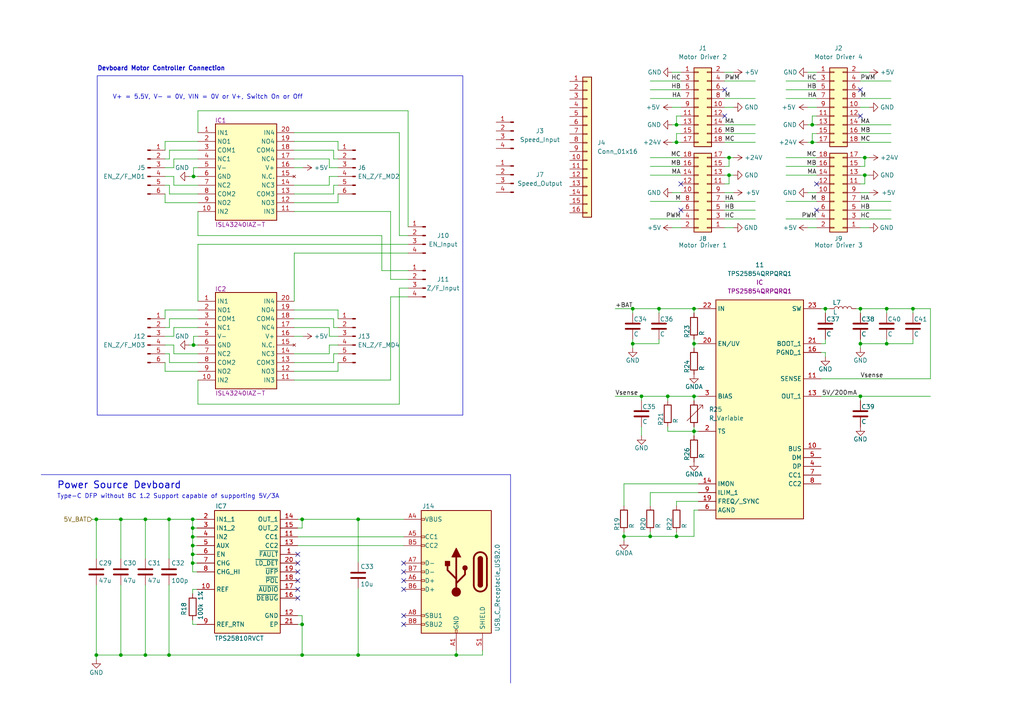
<source format=kicad_sch>
(kicad_sch (version 20230121) (generator eeschema)
  (paper "A4")
  (lib_symbols
    (symbol "Connector:Conn_01x04_Male" (pin_names (offset 1.016) hide)
      (property "Reference" "J" (at 0 5.08 0))
      (property "Value" "Conn_01x04_Male" (at 0 -7.62 0))
      (symbol "Conn_01x04_Male_1_1"
        (pin passive line (at 5.08 2.54 180) (length 3.81) (name "Pin_1") (number "1"))
        (pin passive line (at 5.08 0 180) (length 3.81) (name "Pin_2") (number "2"))
        (pin passive line (at 5.08 -2.54 180) (length 3.81) (name "Pin_3") (number "3"))
        (pin passive line (at 5.08 -5.08 180) (length 3.81) (name "Pin_4") (number "4"))
      )
    )
    (symbol "Connector:Conn_01x06_Male" (pin_names (offset 1.016) hide)
      (property "Reference" "J" (at 0 7.62 0))
      (property "Value" "Conn_01x06_Male" (at 0 -10.16 0))
      (symbol "Conn_01x06_Male_1_1"
        (pin passive line (at 5.08 5.08 180) (length 3.81) (name "Pin_1") (number "1"))
        (pin passive line (at 5.08 2.54 180) (length 3.81) (name "Pin_2") (number "2"))
        (pin passive line (at 5.08 0 180) (length 3.81) (name "Pin_3") (number "3"))
        (pin passive line (at 5.08 -2.54 180) (length 3.81) (name "Pin_4") (number "4"))
        (pin passive line (at 5.08 -5.08 180) (length 3.81) (name "Pin_5") (number "5"))
        (pin passive line (at 5.08 -7.62 180) (length 3.81) (name "Pin_6") (number "6"))
      )
    )
    (symbol "Connector:USB_C_Receptacle_USB2.0" (pin_names (offset 1.016))
      (property "Reference" "J" (at -10.16 19.05 0))
      (property "Value" "USB_C_Receptacle_USB2.0" (at 19.05 19.05 0))
      (symbol "USB_C_Receptacle_USB2.0_1_1"
        (pin passive line (at 0 -22.86 90) (length 5.08) (name "GND") (number "A1"))
        (pin passive line (at 0 -22.86 90) (length 5.08) hide (name "GND") (number "A12"))
        (pin passive line (at 15.24 15.24 180) (length 5.08) (name "VBUS") (number "A4"))
        (pin bidirectional line (at 15.24 10.16 180) (length 5.08) (name "CC1") (number "A5"))
        (pin bidirectional line (at 15.24 -2.54 180) (length 5.08) (name "D+") (number "A6"))
        (pin bidirectional line (at 15.24 2.54 180) (length 5.08) (name "D-") (number "A7"))
        (pin bidirectional line (at 15.24 -12.7 180) (length 5.08) (name "SBU1") (number "A8"))
        (pin passive line (at 15.24 15.24 180) (length 5.08) hide (name "VBUS") (number "A9"))
        (pin passive line (at 0 -22.86 90) (length 5.08) hide (name "GND") (number "B1"))
        (pin passive line (at 0 -22.86 90) (length 5.08) hide (name "GND") (number "B12"))
        (pin passive line (at 15.24 15.24 180) (length 5.08) hide (name "VBUS") (number "B4"))
        (pin bidirectional line (at 15.24 7.62 180) (length 5.08) (name "CC2") (number "B5"))
        (pin bidirectional line (at 15.24 -5.08 180) (length 5.08) (name "D+") (number "B6"))
        (pin bidirectional line (at 15.24 0 180) (length 5.08) (name "D-") (number "B7"))
        (pin bidirectional line (at 15.24 -15.24 180) (length 5.08) (name "SBU2") (number "B8"))
        (pin passive line (at 15.24 15.24 180) (length 5.08) hide (name "VBUS") (number "B9"))
        (pin passive line (at -7.62 -22.86 90) (length 5.08) (name "SHIELD") (number "S1"))
      )
    )
    (symbol "Connector_Generic:Conn_01x16" (pin_names (offset 1.016) hide)
      (property "Reference" "J" (at 0 20.32 0))
      (property "Value" "Conn_01x16" (at 0 -22.86 0))
      (symbol "Conn_01x16_1_1"
        (pin passive line (at -5.08 17.78 0) (length 3.81) (name "Pin_1") (number "1"))
        (pin passive line (at -5.08 -5.08 0) (length 3.81) (name "Pin_10") (number "10"))
        (pin passive line (at -5.08 -7.62 0) (length 3.81) (name "Pin_11") (number "11"))
        (pin passive line (at -5.08 -10.16 0) (length 3.81) (name "Pin_12") (number "12"))
        (pin passive line (at -5.08 -12.7 0) (length 3.81) (name "Pin_13") (number "13"))
        (pin passive line (at -5.08 -15.24 0) (length 3.81) (name "Pin_14") (number "14"))
        (pin passive line (at -5.08 -17.78 0) (length 3.81) (name "Pin_15") (number "15"))
        (pin passive line (at -5.08 -20.32 0) (length 3.81) (name "Pin_16") (number "16"))
        (pin passive line (at -5.08 15.24 0) (length 3.81) (name "Pin_2") (number "2"))
        (pin passive line (at -5.08 12.7 0) (length 3.81) (name "Pin_3") (number "3"))
        (pin passive line (at -5.08 10.16 0) (length 3.81) (name "Pin_4") (number "4"))
        (pin passive line (at -5.08 7.62 0) (length 3.81) (name "Pin_5") (number "5"))
        (pin passive line (at -5.08 5.08 0) (length 3.81) (name "Pin_6") (number "6"))
        (pin passive line (at -5.08 2.54 0) (length 3.81) (name "Pin_7") (number "7"))
        (pin passive line (at -5.08 0 0) (length 3.81) (name "Pin_8") (number "8"))
        (pin passive line (at -5.08 -2.54 0) (length 3.81) (name "Pin_9") (number "9"))
      )
    )
    (symbol "Connector_Generic:Conn_02x09_Odd_Even" (pin_names (offset 1.016) hide)
      (property "Reference" "J" (at 1.27 12.7 0))
      (property "Value" "Conn_02x09_Odd_Even" (at 1.27 -12.7 0))
      (symbol "Conn_02x09_Odd_Even_1_1"
        (pin passive line (at -5.08 10.16 0) (length 3.81) (name "Pin_1") (number "1"))
        (pin passive line (at 7.62 0 180) (length 3.81) (name "Pin_10") (number "10"))
        (pin passive line (at -5.08 -2.54 0) (length 3.81) (name "Pin_11") (number "11"))
        (pin passive line (at 7.62 -2.54 180) (length 3.81) (name "Pin_12") (number "12"))
        (pin passive line (at -5.08 -5.08 0) (length 3.81) (name "Pin_13") (number "13"))
        (pin passive line (at 7.62 -5.08 180) (length 3.81) (name "Pin_14") (number "14"))
        (pin passive line (at -5.08 -7.62 0) (length 3.81) (name "Pin_15") (number "15"))
        (pin passive line (at 7.62 -7.62 180) (length 3.81) (name "Pin_16") (number "16"))
        (pin passive line (at -5.08 -10.16 0) (length 3.81) (name "Pin_17") (number "17"))
        (pin passive line (at 7.62 -10.16 180) (length 3.81) (name "Pin_18") (number "18"))
        (pin passive line (at 7.62 10.16 180) (length 3.81) (name "Pin_2") (number "2"))
        (pin passive line (at -5.08 7.62 0) (length 3.81) (name "Pin_3") (number "3"))
        (pin passive line (at 7.62 7.62 180) (length 3.81) (name "Pin_4") (number "4"))
        (pin passive line (at -5.08 5.08 0) (length 3.81) (name "Pin_5") (number "5"))
        (pin passive line (at 7.62 5.08 180) (length 3.81) (name "Pin_6") (number "6"))
        (pin passive line (at -5.08 2.54 0) (length 3.81) (name "Pin_7") (number "7"))
        (pin passive line (at 7.62 2.54 180) (length 3.81) (name "Pin_8") (number "8"))
        (pin passive line (at -5.08 0 0) (length 3.81) (name "Pin_9") (number "9"))
      )
    )
    (symbol "CustomSymbols:ISL43240IAZ-T"
      (property "Reference_1" "IC2" (at 22.225 3.81 0))
      (property "Value_1" "ISL43240IAZ-T" (at 24.13 -27.305 0))
      (symbol "ISL43240IAZ-T_1_1"
        (pin passive line (at 0 0 0) (length 5.08) (name "IN1") (number "1"))
        (pin passive line (at 0 -22.86 0) (length 5.08) (name "IN2") (number "10"))
        (pin passive line (at 27.94 -22.86 180) (length 5.08) (name "IN3") (number "11"))
        (pin passive line (at 27.94 -20.32 180) (length 5.08) (name "NO3") (number "12"))
        (pin passive line (at 27.94 -17.78 180) (length 5.08) (name "COM3") (number "13"))
        (pin passive line (at 27.94 -15.24 180) (length 5.08) (name "NC3") (number "14"))
        (pin no_connect line (at 27.94 -12.7 180) (length 5.08) (name "N.C.") (number "15"))
        (pin passive line (at 27.94 -10.16 180) (length 5.08) (name "V+") (number "16"))
        (pin passive line (at 27.94 -7.62 180) (length 5.08) (name "NC4") (number "17"))
        (pin passive line (at 27.94 -5.08 180) (length 5.08) (name "COM4") (number "18"))
        (pin passive line (at 27.94 -2.54 180) (length 5.08) (name "NO4") (number "19"))
        (pin passive line (at 0 -2.54 0) (length 5.08) (name "NO1") (number "2"))
        (pin passive line (at 27.94 0 180) (length 5.08) (name "IN4") (number "20"))
        (pin passive line (at 0 -5.08 0) (length 5.08) (name "COM1") (number "3"))
        (pin passive line (at 0 -7.62 0) (length 5.08) (name "NC1") (number "4"))
        (pin passive line (at 0 -10.16 0) (length 5.08) (name "V-") (number "5"))
        (pin passive line (at 0 -12.7 0) (length 5.08) (name "GND") (number "6"))
        (pin passive line (at 0 -15.24 0) (length 5.08) (name "NC2") (number "7"))
        (pin passive line (at 0 -17.78 0) (length 5.08) (name "COM2") (number "8"))
        (pin passive line (at 0 -20.32 0) (length 5.08) (name "NO2") (number "9"))
      )
    )
    (symbol "Device:C" (pin_numbers hide) (pin_names (offset 0.254))
      (property "Reference" "C" (at 0.635 2.54 0))
      (property "Value" "C" (at 0.635 -2.54 0))
      (symbol "C_1_1"
        (pin passive line (at 0 3.81 270) (length 2.794) (name "~") (number "1"))
        (pin passive line (at 0 -3.81 90) (length 2.794) (name "~") (number "2"))
      )
    )
    (symbol "Device:L" (pin_numbers hide) (pin_names (offset 1.016) hide)
      (property "Reference" "L" (at -1.27 0 90))
      (property "Value" "L" (at 1.905 0 90))
      (symbol "L_1_1"
        (pin passive line (at 0 3.81 270) (length 1.27) (name "1") (number "1"))
        (pin passive line (at 0 -3.81 90) (length 1.27) (name "2") (number "2"))
      )
    )
    (symbol "Device:R" (pin_numbers hide) (pin_names (offset 0))
      (property "Reference" "R" (at 2.032 0 90))
      (property "Value" "R" (at 0 0 90))
      (symbol "R_1_1"
        (pin passive line (at 0 3.81 270) (length 1.27) (name "~") (number "1"))
        (pin passive line (at 0 -3.81 90) (length 1.27) (name "~") (number "2"))
      )
    )
    (symbol "Device:R_Variable" (pin_numbers hide) (pin_names (offset 0))
      (property "Reference" "R" (at 2.54 -2.54 90))
      (property "Value" "R_Variable" (at -2.54 -1.27 90))
      (symbol "R_Variable_1_1"
        (pin passive line (at 0 3.81 270) (length 1.27) (name "~") (number "1"))
        (pin passive line (at 0 -3.81 90) (length 1.27) (name "~") (number "2"))
      )
    )
    (symbol "TPS25810RVCT:TPS25810RVCT"
      (property "Reference" "IC?" (at 0.254 1.27 0))
      (property "Value" "TPS25810RVCT" (at 0 -37.084 0))
      (symbol "TPS25810RVCT_1_1"
        (pin passive line (at 24.13 -12.7 180) (length 5.08) (name "~{FAULT}") (number "1"))
        (pin passive line (at -5.08 -22.86 0) (length 5.08) (name "REF") (number "10"))
        (pin passive line (at 24.13 -7.62 180) (length 5.08) (name "CC1") (number "11"))
        (pin passive line (at 24.13 -30.48 180) (length 5.08) (name "GND") (number "12"))
        (pin passive line (at 24.13 -10.16 180) (length 5.08) (name "CC2") (number "13"))
        (pin passive line (at 24.13 -2.54 180) (length 5.08) (name "OUT_1") (number "14"))
        (pin passive line (at 24.13 -5.08 180) (length 5.08) (name "OUT_2") (number "15"))
        (pin passive line (at 24.13 -25.4 180) (length 5.08) (name "~{DEBUG}") (number "16"))
        (pin passive line (at 24.13 -22.86 180) (length 5.08) (name "~{AUDIO}") (number "17"))
        (pin passive line (at 24.13 -20.32 180) (length 5.08) (name "~{POL}") (number "18"))
        (pin passive line (at 24.13 -17.78 180) (length 5.08) (name "~{UFP}") (number "19"))
        (pin passive line (at -5.08 -2.54 0) (length 5.08) (name "IN1_1") (number "2"))
        (pin passive line (at 24.13 -15.24 180) (length 5.08) (name "~{LD_DET}") (number "20"))
        (pin passive line (at 24.13 -33.02 180) (length 5.08) (name "EP") (number "21"))
        (pin passive line (at -5.08 -5.08 0) (length 5.08) (name "IN1_2") (number "3"))
        (pin passive line (at -5.08 -7.62 0) (length 5.08) (name "IN2") (number "4"))
        (pin passive line (at -5.08 -10.16 0) (length 5.08) (name "AUX") (number "5"))
        (pin passive line (at -5.08 -12.7 0) (length 5.08) (name "EN") (number "6"))
        (pin passive line (at -5.08 -15.24 0) (length 5.08) (name "CHG") (number "7"))
        (pin passive line (at -5.08 -17.78 0) (length 5.08) (name "CHG_HI") (number "8"))
        (pin passive line (at -5.08 -33.02 0) (length 5.08) (name "REF_RTN") (number "9"))
      )
    )
    (symbol "TPS25854QRPQRQ1:TPS25854QRPQRQ1"
      (property "Reference" "?" (at 17.78 12.7 0))
      (property "Value" "TPS25854QRPQRQ1" (at 17.78 10.16 0))
      (property "Reference_1" "IC" (at 17.78 7.62 0))
      (property "Value_1" "TPS25854QRPQRQ1" (at 17.78 5.08 0))
      (symbol "TPS25854QRPQRQ1_1_1"
        (pin no_connect line (at 20.32 -60.96 90) (length 5.08) hide (name "NC_1") (number "1"))
        (pin passive line (at 35.56 -40.64 180) (length 5.08) (name "BUS") (number "10"))
        (pin passive line (at 35.56 -20.32 180) (length 5.08) (name "SENSE") (number "11"))
        (pin no_connect line (at 20.32 -60.96 90) (length 5.08) hide (name "NC_2") (number "12"))
        (pin passive line (at 35.56 -25.4 180) (length 5.08) (name "OUT_1") (number "13"))
        (pin passive line (at 0 -50.8 0) (length 5.08) (name "IMON") (number "14"))
        (pin no_connect line (at 5.08 -43.18 0) (length 5.08) hide (name "~{THERM_WARN}") (number "15"))
        (pin passive line (at 35.56 -12.7 180) (length 5.08) (name "PGND_1") (number "16"))
        (pin no_connect line (at 5.08 -43.18 0) (length 5.08) hide (name "~{POL}") (number "17"))
        (pin no_connect line (at 5.08 -43.18 0) (length 5.08) hide (name "~{FAULT}") (number "18"))
        (pin passive line (at 0 -55.88 0) (length 5.08) (name "FREQ/_SYNC") (number "19"))
        (pin passive line (at 0 -35.56 0) (length 5.08) (name "TS") (number "2"))
        (pin passive line (at 0 -10.16 0) (length 5.08) (name "EN/UV") (number "20"))
        (pin passive line (at 35.56 -10.16 180) (length 5.08) (name "BOOT_1") (number "21"))
        (pin passive line (at 0 0 0) (length 5.08) (name "IN") (number "22"))
        (pin passive line (at 35.56 0 180) (length 5.08) (name "SW") (number "23"))
        (pin passive line (at 35.56 -12.7 180) (length 5.08) hide (name "PGND_2") (number "24"))
        (pin passive line (at 35.56 -12.7 180) (length 5.08) hide (name "PGND_3") (number "25"))
        (pin no_connect line (at 20.32 -60.96 90) (length 5.08) hide (name "NC_3") (number "26"))
        (pin passive line (at 0 -53.34 0) (length 5.08) hide (name "ILIM_2") (number "27"))
        (pin passive line (at 35.56 -25.4 180) (length 5.08) hide (name "OUT_2") (number "28"))
        (pin passive line (at 35.56 -10.16 180) (length 5.08) hide (name "BOOT_2") (number "29"))
        (pin passive line (at 0 -25.4 0) (length 5.08) (name "BIAS") (number "3"))
        (pin passive line (at 35.56 -45.72 180) (length 5.08) (name "DP") (number "4"))
        (pin passive line (at 35.56 -43.18 180) (length 5.08) (name "DM") (number "5"))
        (pin passive line (at 0 -58.42 0) (length 5.08) (name "AGND") (number "6"))
        (pin passive line (at 35.56 -48.26 180) (length 5.08) (name "CC1") (number "7"))
        (pin passive line (at 35.56 -50.8 180) (length 5.08) (name "CC2") (number "8"))
        (pin passive line (at 0 -53.34 0) (length 5.08) (name "ILIM_1") (number "9"))
      )
    )
    (symbol "power:+24V" (power) (pin_names (offset 0))
      (property "Value" "+24V" (at 0 3.556 0))
      (symbol "+24V_1_1"
        (pin power_in line (at 0 0 90) (length 0) hide (name "+24V") (number "1"))
      )
    )
    (symbol "power:+5V" (power) (pin_names (offset 0))
      (property "Value" "+5V" (at 0 3.556 0))
      (symbol "+5V_1_1"
        (pin power_in line (at 0 0 90) (length 0) hide (name "+5V") (number "1"))
      )
    )
    (symbol "power:GND" (power) (pin_names (offset 0))
      (property "Value" "GND" (at 0 -3.81 0))
      (symbol "GND_1_1"
        (pin power_in line (at 0 0 270) (length 0) hide (name "GND") (number "1"))
      )
    )
    (symbol "power:GNDA" (power) (pin_names (offset 0))
      (property "Value" "GNDA" (at 0 -3.81 0))
      (symbol "GNDA_1_1"
        (pin power_in line (at 0 0 270) (length 0) hide (name "GNDA") (number "1"))
      )
    )
  )
  (junction (at 249.555 114.935))
  (junction (at 35.052 150.622))
  (junction (at 211.455 45.72))
  (junction (at 239.395 89.535))
  (junction (at 56.134 100.076))
  (junction (at 235.585 41.275))
  (junction (at 132.334 189.992))
  (junction (at 55.88 163.322))
  (junction (at 196.215 41.275))
  (junction (at 55.88 153.162))
  (junction (at 183.515 99.695))
  (junction (at 35.052 189.992))
  (junction (at 49.022 150.622))
  (junction (at 201.295 114.935))
  (junction (at 201.295 89.535))
  (junction (at 49.022 189.992))
  (junction (at 264.795 89.535))
  (junction (at 183.515 89.535))
  (junction (at 103.886 150.622))
  (junction (at 87.63 181.102))
  (junction (at 27.94 189.992))
  (junction (at 196.215 36.195))
  (junction (at 180.975 155.575))
  (junction (at 42.164 189.992))
  (junction (at 188.595 155.575))
  (junction (at 55.88 155.702))
  (junction (at 249.555 89.535))
  (junction (at 193.675 114.935))
  (junction (at 87.63 189.992))
  (junction (at 56.134 51.181))
  (junction (at 55.88 158.242))
  (junction (at 257.175 99.695))
  (junction (at 103.886 189.992))
  (junction (at 55.88 150.622))
  (junction (at 211.455 50.8))
  (junction (at 257.175 89.535))
  (junction (at 87.63 150.622))
  (junction (at 191.135 89.535))
  (junction (at 201.295 125.095))
  (junction (at 196.215 155.575))
  (junction (at 42.164 150.622))
  (junction (at 250.825 45.72))
  (junction (at 250.825 50.8))
  (junction (at 186.055 114.935))
  (junction (at 27.94 150.622))
  (junction (at 249.555 99.695))
  (junction (at 55.88 160.782))
  (junction (at 235.585 36.195))
  (junction (at 201.295 99.695))
  (no_connect (at 249.555 33.655))
  (no_connect (at 210.185 26.035))
  (no_connect (at 197.485 60.96))
  (no_connect (at 117.094 181.102))
  (no_connect (at 117.094 168.402))
  (no_connect (at 117.094 170.942))
  (no_connect (at 117.094 163.322))
  (no_connect (at 117.094 178.562))
  (no_connect (at 117.094 165.862))
  (no_connect (at 86.36 165.862))
  (no_connect (at 86.36 160.782))
  (no_connect (at 86.36 163.322))
  (no_connect (at 86.36 170.942))
  (no_connect (at 86.36 168.402))
  (no_connect (at 86.36 173.482))
  (no_connect (at 197.485 53.34))
  (no_connect (at 236.855 53.34))
  (no_connect (at 236.855 60.96))
  (no_connect (at 249.555 26.035))
  (no_connect (at 210.185 33.655))
  (wire (pts (xy 188.595 142.875) (xy 188.595 146.685)))
  (wire (pts (xy 194.945 36.195) (xy 196.215 36.195)))
  (wire (pts (xy 35.052 189.992) (xy 42.164 189.992)))
  (wire (pts (xy 202.565 125.095) (xy 201.295 125.095)))
  (wire (pts (xy 236.855 45.72) (xy 227.965 45.72)))
  (wire (pts (xy 238.125 102.235) (xy 239.395 102.235)))
  (wire (pts (xy 235.585 38.735) (xy 235.585 41.275)))
  (wire (pts (xy 202.565 147.955) (xy 201.295 147.955)))
  (wire (pts (xy 210.185 63.5) (xy 219.075 63.5)))
  (wire (pts (xy 201.295 98.425) (xy 201.295 99.695)))
  (wire (pts (xy 55.88 158.242) (xy 55.88 160.782)))
  (wire (pts (xy 86.36 150.622) (xy 87.63 150.622)))
  (wire (pts (xy 96.774 94.996) (xy 98.044 94.996)))
  (wire (pts (xy 85.344 92.456) (xy 96.774 92.456)))
  (wire (pts (xy 196.215 38.735) (xy 196.215 41.275)))
  (wire (pts (xy 42.164 150.622) (xy 42.164 162.052)))
  (wire (pts (xy 197.485 26.035) (xy 188.595 26.035)))
  (polyline (pts (xy 28.194 21.971) (xy 134.239 21.971)))
  (wire (pts (xy 87.63 181.102) (xy 87.63 189.992)))
  (wire (pts (xy 103.886 150.622) (xy 117.094 150.622)))
  (wire (pts (xy 55.88 150.622) (xy 57.15 150.622)))
  (wire (pts (xy 95.504 102.616) (xy 95.504 100.076)))
  (wire (pts (xy 85.344 48.641) (xy 87.884 48.641)))
  (wire (pts (xy 236.855 48.26) (xy 227.965 48.26)))
  (wire (pts (xy 55.88 181.102) (xy 57.15 181.102)))
  (wire (pts (xy 201.295 125.095) (xy 201.295 123.825)))
  (wire (pts (xy 252.095 55.88) (xy 249.555 55.88)))
  (wire (pts (xy 56.134 51.181) (xy 56.134 48.641)))
  (wire (pts (xy 196.215 145.415) (xy 202.565 145.415)))
  (wire (pts (xy 47.879 89.916) (xy 57.404 89.916)))
  (wire (pts (xy 264.795 89.535) (xy 264.795 90.805)))
  (wire (pts (xy 96.774 105.156) (xy 96.774 102.616)))
  (wire (pts (xy 49.022 150.622) (xy 49.022 162.052)))
  (wire (pts (xy 197.485 55.88) (xy 194.945 55.88)))
  (wire (pts (xy 35.052 150.622) (xy 35.052 162.052)))
  (wire (pts (xy 238.125 109.855) (xy 269.875 109.855)))
  (wire (pts (xy 186.055 114.935) (xy 186.055 116.205)))
  (wire (pts (xy 180.975 155.575) (xy 180.975 154.305)))
  (wire (pts (xy 85.344 58.801) (xy 98.044 58.801)))
  (wire (pts (xy 56.134 51.181) (xy 57.404 51.181)))
  (wire (pts (xy 269.875 89.535) (xy 269.875 109.855)))
  (wire (pts (xy 85.344 94.996) (xy 95.504 94.996)))
  (wire (pts (xy 257.175 89.535) (xy 264.795 89.535)))
  (wire (pts (xy 86.36 155.702) (xy 117.094 155.702)))
  (wire (pts (xy 236.855 33.655) (xy 235.585 33.655)))
  (wire (pts (xy 54.864 51.181) (xy 56.134 51.181)))
  (wire (pts (xy 95.504 46.101) (xy 95.504 48.641)))
  (wire (pts (xy 257.175 98.425) (xy 257.175 99.695)))
  (wire (pts (xy 180.975 156.845) (xy 180.975 155.575)))
  (wire (pts (xy 85.344 41.021) (xy 98.044 41.021)))
  (wire (pts (xy 96.774 43.561) (xy 96.774 46.101)))
  (wire (pts (xy 210.185 20.955) (xy 212.725 20.955)))
  (wire (pts (xy 27.94 169.672) (xy 27.94 189.992)))
  (wire (pts (xy 86.36 181.102) (xy 87.63 181.102)))
  (wire (pts (xy 95.504 94.996) (xy 95.504 97.536)))
  (wire (pts (xy 27.94 150.622) (xy 35.052 150.622)))
  (wire (pts (xy 201.295 89.535) (xy 201.295 90.805)))
  (wire (pts (xy 55.88 163.322) (xy 55.88 165.862)))
  (wire (pts (xy 49.022 169.672) (xy 49.022 189.992)))
  (wire (pts (xy 87.63 189.992) (xy 103.886 189.992)))
  (wire (pts (xy 26.67 150.622) (xy 27.94 150.622)))
  (wire (pts (xy 49.149 92.456) (xy 49.149 94.996)))
  (wire (pts (xy 236.855 66.04) (xy 234.315 66.04)))
  (wire (pts (xy 193.675 125.095) (xy 201.295 125.095)))
  (wire (pts (xy 85.344 61.341) (xy 113.284 61.341)))
  (wire (pts (xy 49.149 46.101) (xy 47.879 46.101)))
  (wire (pts (xy 49.149 94.996) (xy 47.879 94.996)))
  (wire (pts (xy 252.095 66.04) (xy 249.555 66.04)))
  (wire (pts (xy 87.63 150.622) (xy 87.63 153.162)))
  (polyline (pts (xy 134.239 120.396) (xy 28.194 120.396)))
  (wire (pts (xy 234.315 41.275) (xy 235.585 41.275)))
  (wire (pts (xy 211.455 53.34) (xy 211.455 50.8)))
  (wire (pts (xy 201.295 99.695) (xy 202.565 99.695)))
  (wire (pts (xy 236.855 23.495) (xy 227.965 23.495)))
  (wire (pts (xy 56.134 100.076) (xy 57.404 100.076)))
  (wire (pts (xy 252.095 50.8) (xy 250.825 50.8)))
  (wire (pts (xy 27.94 191.262) (xy 27.94 189.992)))
  (wire (pts (xy 249.555 98.425) (xy 249.555 99.695)))
  (wire (pts (xy 197.485 48.26) (xy 188.595 48.26)))
  (wire (pts (xy 249.555 48.26) (xy 250.825 48.26)))
  (wire (pts (xy 96.774 102.616) (xy 98.044 102.616)))
  (wire (pts (xy 57.404 102.616) (xy 50.419 102.616)))
  (wire (pts (xy 57.404 117.221) (xy 115.824 117.221)))
  (wire (pts (xy 95.504 100.076) (xy 98.044 100.076)))
  (wire (pts (xy 249.555 20.955) (xy 252.095 20.955)))
  (wire (pts (xy 55.88 170.942) (xy 57.15 170.942)))
  (wire (pts (xy 42.164 150.622) (xy 49.022 150.622)))
  (wire (pts (xy 197.485 63.5) (xy 188.595 63.5)))
  (wire (pts (xy 96.774 46.101) (xy 98.044 46.101)))
  (wire (pts (xy 249.555 41.275) (xy 258.445 41.275)))
  (wire (pts (xy 55.88 170.942) (xy 55.88 172.212)))
  (wire (pts (xy 188.595 155.575) (xy 188.595 154.305)))
  (wire (pts (xy 87.63 150.622) (xy 103.886 150.622)))
  (wire (pts (xy 210.185 28.575) (xy 219.075 28.575)))
  (wire (pts (xy 196.215 155.575) (xy 188.595 155.575)))
  (wire (pts (xy 201.295 114.935) (xy 201.295 116.205)))
  (wire (pts (xy 113.284 110.236) (xy 113.284 86.106)))
  (wire (pts (xy 235.585 36.195) (xy 236.855 36.195)))
  (wire (pts (xy 85.344 87.376) (xy 85.344 73.406)))
  (polyline (pts (xy 11.938 137.668) (xy 148.082 137.668)))
  (wire (pts (xy 210.185 58.42) (xy 219.075 58.42)))
  (wire (pts (xy 98.044 53.721) (xy 96.774 53.721)))
  (wire (pts (xy 236.855 58.42) (xy 227.965 58.42)))
  (wire (pts (xy 249.555 89.535) (xy 257.175 89.535)))
  (wire (pts (xy 191.135 89.535) (xy 201.295 89.535)))
  (wire (pts (xy 47.879 41.021) (xy 57.404 41.021)))
  (wire (pts (xy 55.88 153.162) (xy 55.88 155.702)))
  (wire (pts (xy 249.555 58.42) (xy 258.445 58.42)))
  (wire (pts (xy 269.875 89.535) (xy 264.795 89.535)))
  (wire (pts (xy 197.485 23.495) (xy 188.595 23.495)))
  (wire (pts (xy 42.164 169.672) (xy 42.164 189.992)))
  (wire (pts (xy 87.63 178.562) (xy 87.63 181.102)))
  (wire (pts (xy 49.149 92.456) (xy 57.404 92.456)))
  (wire (pts (xy 42.164 189.992) (xy 49.022 189.992)))
  (wire (pts (xy 183.515 99.695) (xy 183.515 100.965)))
  (wire (pts (xy 194.945 31.115) (xy 197.485 31.115)))
  (wire (pts (xy 210.185 48.26) (xy 211.455 48.26)))
  (wire (pts (xy 57.404 68.326) (xy 110.744 68.326)))
  (wire (pts (xy 115.824 83.566) (xy 118.364 83.566)))
  (wire (pts (xy 85.344 73.406) (xy 118.364 73.406)))
  (wire (pts (xy 113.284 86.106) (xy 118.364 86.106)))
  (wire (pts (xy 197.485 58.42) (xy 188.595 58.42)))
  (wire (pts (xy 234.315 31.115) (xy 236.855 31.115)))
  (wire (pts (xy 252.095 45.72) (xy 250.825 45.72)))
  (wire (pts (xy 239.395 102.235) (xy 239.395 103.505)))
  (polyline (pts (xy 28.194 21.971) (xy 28.194 120.396)))
  (wire (pts (xy 211.455 45.72) (xy 210.185 45.72)))
  (wire (pts (xy 85.344 110.236) (xy 113.284 110.236)))
  (wire (pts (xy 234.315 36.195) (xy 235.585 36.195)))
  (wire (pts (xy 57.404 110.236) (xy 57.404 117.221)))
  (wire (pts (xy 250.825 53.34) (xy 250.825 50.8)))
  (wire (pts (xy 196.215 41.275) (xy 197.485 41.275)))
  (wire (pts (xy 178.435 114.935) (xy 186.055 114.935)))
  (wire (pts (xy 55.88 153.162) (xy 57.15 153.162)))
  (wire (pts (xy 85.344 53.721) (xy 95.504 53.721)))
  (wire (pts (xy 96.774 53.721) (xy 96.774 56.261)))
  (wire (pts (xy 183.515 89.535) (xy 178.435 89.535)))
  (wire (pts (xy 50.419 51.181) (xy 47.879 51.181)))
  (wire (pts (xy 47.879 107.696) (xy 57.404 107.696)))
  (wire (pts (xy 211.455 50.8) (xy 210.185 50.8)))
  (wire (pts (xy 98.044 51.181) (xy 95.504 51.181)))
  (wire (pts (xy 47.879 107.696) (xy 47.879 105.156)))
  (wire (pts (xy 197.485 28.575) (xy 188.595 28.575)))
  (wire (pts (xy 57.404 87.376) (xy 57.404 70.866)))
  (wire (pts (xy 103.886 189.992) (xy 132.334 189.992)))
  (wire (pts (xy 193.675 116.205) (xy 193.675 114.935)))
  (wire (pts (xy 235.585 33.655) (xy 235.585 36.195)))
  (wire (pts (xy 201.295 155.575) (xy 196.215 155.575)))
  (wire (pts (xy 132.334 188.722) (xy 132.334 189.992)))
  (wire (pts (xy 49.149 56.261) (xy 57.404 56.261)))
  (wire (pts (xy 85.344 89.916) (xy 98.044 89.916)))
  (wire (pts (xy 55.88 179.832) (xy 55.88 181.102)))
  (wire (pts (xy 85.344 46.101) (xy 95.504 46.101)))
  (wire (pts (xy 57.404 70.866) (xy 118.364 70.866)))
  (wire (pts (xy 56.134 100.076) (xy 56.134 97.536)))
  (wire (pts (xy 55.88 160.782) (xy 57.15 160.782)))
  (wire (pts (xy 236.855 38.735) (xy 235.585 38.735)))
  (wire (pts (xy 249.555 28.575) (xy 258.445 28.575)))
  (wire (pts (xy 236.855 63.5) (xy 227.965 63.5)))
  (wire (pts (xy 49.149 105.156) (xy 57.404 105.156)))
  (wire (pts (xy 86.36 153.162) (xy 87.63 153.162)))
  (wire (pts (xy 110.744 68.326) (xy 110.744 78.486)))
  (wire (pts (xy 50.419 46.101) (xy 50.419 48.641)))
  (wire (pts (xy 239.395 89.535) (xy 240.665 89.535)))
  (wire (pts (xy 196.215 36.195) (xy 197.485 36.195)))
  (wire (pts (xy 186.055 114.935) (xy 193.675 114.935)))
  (wire (pts (xy 210.185 38.735) (xy 219.075 38.735)))
  (wire (pts (xy 86.36 158.242) (xy 117.094 158.242)))
  (wire (pts (xy 212.725 45.72) (xy 211.455 45.72)))
  (wire (pts (xy 57.404 46.101) (xy 50.419 46.101)))
  (wire (pts (xy 27.94 189.992) (xy 35.052 189.992)))
  (wire (pts (xy 27.94 150.622) (xy 27.94 162.052)))
  (wire (pts (xy 183.515 89.535) (xy 191.135 89.535)))
  (wire (pts (xy 103.886 150.622) (xy 103.886 163.068)))
  (wire (pts (xy 212.725 55.88) (xy 210.185 55.88)))
  (wire (pts (xy 249.555 53.34) (xy 250.825 53.34)))
  (wire (pts (xy 210.185 36.195) (xy 219.075 36.195)))
  (wire (pts (xy 191.135 98.425) (xy 191.135 99.695)))
  (wire (pts (xy 257.175 89.535) (xy 257.175 90.805)))
  (wire (pts (xy 55.88 163.322) (xy 57.15 163.322)))
  (wire (pts (xy 49.149 102.616) (xy 47.879 102.616)))
  (wire (pts (xy 98.044 89.916) (xy 98.044 92.456)))
  (wire (pts (xy 250.825 45.72) (xy 249.555 45.72)))
  (wire (pts (xy 249.555 99.695) (xy 249.555 100.965)))
  (wire (pts (xy 194.945 41.275) (xy 196.215 41.275)))
  (wire (pts (xy 249.555 31.115) (xy 252.095 31.115)))
  (wire (pts (xy 236.855 26.035) (xy 227.965 26.035)))
  (wire (pts (xy 98.044 105.156) (xy 98.044 107.696)))
  (wire (pts (xy 49.022 189.992) (xy 87.63 189.992)))
  (wire (pts (xy 201.295 147.955) (xy 201.295 155.575)))
  (wire (pts (xy 35.052 169.672) (xy 35.052 189.992)))
  (wire (pts (xy 54.864 100.076) (xy 56.134 100.076)))
  (wire (pts (xy 115.824 38.481) (xy 115.824 68.326)))
  (wire (pts (xy 239.395 89.535) (xy 239.395 90.805)))
  (wire (pts (xy 197.485 45.72) (xy 188.595 45.72)))
  (wire (pts (xy 85.344 102.616) (xy 95.504 102.616)))
  (wire (pts (xy 47.879 97.536) (xy 50.419 97.536)))
  (wire (pts (xy 115.824 68.326) (xy 118.364 68.326)))
  (wire (pts (xy 210.185 31.115) (xy 212.725 31.115)))
  (wire (pts (xy 193.675 123.825) (xy 193.675 125.095)))
  (wire (pts (xy 49.149 56.261) (xy 49.149 53.721)))
  (wire (pts (xy 50.419 100.076) (xy 47.879 100.076)))
  (wire (pts (xy 201.295 89.535) (xy 202.565 89.535)))
  (polyline (pts (xy 134.239 21.971) (xy 134.239 120.396)))
  (wire (pts (xy 85.344 43.561) (xy 96.774 43.561)))
  (wire (pts (xy 95.504 97.536) (xy 98.044 97.536)))
  (wire (pts (xy 57.404 38.481) (xy 57.404 32.131)))
  (wire (pts (xy 249.555 38.735) (xy 258.445 38.735)))
  (wire (pts (xy 196.215 155.575) (xy 196.215 154.305)))
  (wire (pts (xy 197.485 33.655) (xy 196.215 33.655)))
  (wire (pts (xy 249.555 99.695) (xy 257.175 99.695)))
  (wire (pts (xy 95.504 51.181) (xy 95.504 53.721)))
  (wire (pts (xy 197.485 66.04) (xy 194.945 66.04)))
  (wire (pts (xy 50.419 53.721) (xy 50.419 51.181)))
  (wire (pts (xy 110.744 78.486) (xy 118.364 78.486)))
  (wire (pts (xy 239.395 99.695) (xy 238.125 99.695)))
  (wire (pts (xy 49.149 53.721) (xy 47.879 53.721)))
  (wire (pts (xy 194.945 20.955) (xy 197.485 20.955)))
  (wire (pts (xy 212.725 50.8) (xy 211.455 50.8)))
  (wire (pts (xy 236.855 55.88) (xy 234.315 55.88)))
  (wire (pts (xy 238.125 114.935) (xy 249.555 114.935)))
  (wire (pts (xy 239.395 98.425) (xy 239.395 99.695)))
  (wire (pts (xy 85.344 107.696) (xy 98.044 107.696)))
  (wire (pts (xy 103.886 170.688) (xy 103.886 189.992)))
  (wire (pts (xy 238.125 89.535) (xy 239.395 89.535)))
  (wire (pts (xy 249.555 60.96) (xy 258.445 60.96)))
  (wire (pts (xy 113.284 81.026) (xy 118.364 81.026)))
  (wire (pts (xy 188.595 155.575) (xy 180.975 155.575)))
  (wire (pts (xy 248.285 89.535) (xy 249.555 89.535)))
  (wire (pts (xy 257.175 99.695) (xy 264.795 99.695)))
  (wire (pts (xy 50.419 102.616) (xy 50.419 100.076)))
  (wire (pts (xy 234.315 20.955) (xy 236.855 20.955)))
  (wire (pts (xy 249.555 114.935) (xy 249.555 116.205)))
  (wire (pts (xy 47.879 56.261) (xy 47.879 58.801)))
  (wire (pts (xy 115.824 117.221) (xy 115.824 83.566)))
  (wire (pts (xy 249.555 114.935) (xy 269.875 114.935)))
  (wire (pts (xy 191.135 89.535) (xy 191.135 90.805)))
  (wire (pts (xy 235.585 41.275) (xy 236.855 41.275)))
  (wire (pts (xy 197.485 50.8) (xy 188.595 50.8)))
  (wire (pts (xy 210.185 41.275) (xy 219.075 41.275)))
  (wire (pts (xy 96.774 92.456) (xy 96.774 94.996)))
  (wire (pts (xy 210.185 53.34) (xy 211.455 53.34)))
  (wire (pts (xy 86.36 178.562) (xy 87.63 178.562)))
  (wire (pts (xy 249.555 63.5) (xy 258.445 63.5)))
  (wire (pts (xy 85.344 56.261) (xy 96.774 56.261)))
  (wire (pts (xy 118.364 32.131) (xy 118.364 65.786)))
  (wire (pts (xy 183.515 98.425) (xy 183.515 99.695)))
  (wire (pts (xy 212.725 66.04) (xy 210.185 66.04)))
  (wire (pts (xy 197.485 38.735) (xy 196.215 38.735)))
  (wire (pts (xy 85.344 105.156) (xy 96.774 105.156)))
  (wire (pts (xy 47.879 41.021) (xy 47.879 43.561)))
  (wire (pts (xy 202.565 114.935) (xy 201.295 114.935)))
  (wire (pts (xy 139.954 188.722) (xy 139.954 189.992)))
  (wire (pts (xy 57.404 94.996) (xy 50.419 94.996)))
  (wire (pts (xy 202.565 140.335) (xy 180.975 140.335)))
  (polyline (pts (xy 148.082 137.668) (xy 148.082 198.12)))
  (wire (pts (xy 98.044 56.261) (xy 98.044 58.801)))
  (wire (pts (xy 47.879 58.801) (xy 57.404 58.801)))
  (wire (pts (xy 35.052 150.622) (xy 42.164 150.622)))
  (wire (pts (xy 55.88 155.702) (xy 57.15 155.702)))
  (wire (pts (xy 132.334 189.992) (xy 139.954 189.992)))
  (wire (pts (xy 49.149 43.561) (xy 57.404 43.561)))
  (wire (pts (xy 55.88 150.622) (xy 55.88 153.162)))
  (wire (pts (xy 49.149 43.561) (xy 49.149 46.101)))
  (wire (pts (xy 55.88 165.862) (xy 57.15 165.862)))
  (wire (pts (xy 113.284 61.341) (xy 113.284 81.026)))
  (wire (pts (xy 196.215 33.655) (xy 196.215 36.195)))
  (wire (pts (xy 98.044 41.021) (xy 98.044 43.561)))
  (wire (pts (xy 85.344 38.481) (xy 115.824 38.481)))
  (wire (pts (xy 49.022 150.622) (xy 55.88 150.622)))
  (wire (pts (xy 56.134 97.536) (xy 57.404 97.536)))
  (wire (pts (xy 85.344 97.536) (xy 87.884 97.536)))
  (wire (pts (xy 57.404 53.721) (xy 50.419 53.721)))
  (wire (pts (xy 236.855 50.8) (xy 227.965 50.8)))
  (wire (pts (xy 201.295 125.095) (xy 201.295 126.365)))
  (wire (pts (xy 201.295 100.965) (xy 201.295 99.695)))
  (wire (pts (xy 55.88 158.242) (xy 57.15 158.242)))
  (wire (pts (xy 183.515 99.695) (xy 191.135 99.695)))
  (wire (pts (xy 56.134 48.641) (xy 57.404 48.641)))
  (wire (pts (xy 50.419 48.641) (xy 47.879 48.641)))
  (wire (pts (xy 55.88 155.702) (xy 55.88 158.242)))
  (wire (pts (xy 50.419 94.996) (xy 50.419 97.536)))
  (wire (pts (xy 95.504 48.641) (xy 98.044 48.641)))
  (wire (pts (xy 196.215 146.685) (xy 196.215 145.415)))
  (wire (pts (xy 47.879 89.916) (xy 47.879 92.456)))
  (wire (pts (xy 249.555 36.195) (xy 258.445 36.195)))
  (wire (pts (xy 250.825 50.8) (xy 249.555 50.8)))
  (wire (pts (xy 236.855 28.575) (xy 227.965 28.575)))
  (wire (pts (xy 249.555 89.535) (xy 249.555 90.805)))
  (wire (pts (xy 180.975 140.335) (xy 180.975 146.685)))
  (wire (pts (xy 186.055 123.825) (xy 186.055 126.365)))
  (wire (pts (xy 202.565 142.875) (xy 188.595 142.875)))
  (wire (pts (xy 183.515 89.535) (xy 183.515 90.805)))
  (wire (pts (xy 210.185 23.495) (xy 219.075 23.495)))
  (wire (pts (xy 210.185 60.96) (xy 219.075 60.96)))
  (wire (pts (xy 193.675 114.935) (xy 201.295 114.935)))
  (wire (pts (xy 49.149 105.156) (xy 49.149 102.616)))
  (wire (pts (xy 55.88 160.782) (xy 55.88 163.322)))
  (wire (pts (xy 57.404 32.131) (xy 118.364 32.131)))
  (wire (pts (xy 211.455 48.26) (xy 211.455 45.72)))
  (wire (pts (xy 264.795 98.425) (xy 264.795 99.695)))
  (wire (pts (xy 250.825 48.26) (xy 250.825 45.72)))
  (wire (pts (xy 57.404 61.341) (xy 57.404 68.326)))
  (wire (pts (xy 249.555 23.495) (xy 258.445 23.495)))
  (text "Power Source Devboard" (at 16.51 141.986 0) (effects (font (size 2 2) (thickness 0.254) bold) (justify left bottom)))
  (text "V+ = 5.5V, V- = 0V, VIN = 0V or V+, Switch On or Off\n" (at 32.639 28.956 0) (effects (font (size 1.27 1.27)) (justify left bottom)))
  (text "Devboard Motor Controller Connection" (at 28.194 20.701 0) (effects (font (size 1.27 1.27) (thickness 0.254) bold) (justify left bottom)))
  (text "Type-C DFP without BC 1.2 Support capable of supporting 5V/3A" (at 16.51 144.78 0) (effects (font (size 1.27 1.27)) (justify left bottom)))
  (label "Vsense" (at 249.555 109.855 0))
  (label "MC" (at 249.555 41.275 0))
  (label "MB" (at 236.855 48.26 180))
  (label "HA" (at 210.185 58.42 0))
  (label "HB" (at 197.485 26.035 180))
  (label "HB" (at 210.185 60.96 0))
  (label "PWM" (at 249.555 23.495 0))
  (label "HC" (at 249.555 63.5 0))
  (label "MC" (at 236.855 45.72 180))
  (label "HC" (at 236.855 23.495 180))
  (label "HC" (at 197.485 23.495 180))
  (label "MA" (at 210.185 36.195 0))
  (label "HB" (at 236.855 26.035 180))
  (label "PWM" (at 210.185 23.495 0))
  (label "HA" (at 236.855 28.575 180))
  (label "MC" (at 210.185 41.275 0))
  (label "M" (at 249.555 28.575 0))
  (label "PWM" (at 197.485 63.5 180))
  (label "M" (at 197.485 58.42 180))
  (label "PWM" (at 236.855 63.5 180))
  (label "5V{slash}200mA" (at 238.379 114.935 0))
  (label "HB" (at 249.555 60.96 0))
  (label "MA" (at 249.555 36.195 0))
  (label "Vsense" (at 178.435 114.935 0))
  (label "MA" (at 236.855 50.8 180))
  (label "M" (at 236.855 58.42 180))
  (label "M" (at 210.185 28.575 0))
  (label "MA" (at 197.485 50.8 180))
  (label "HC" (at 210.185 63.5 0))
  (label "MC" (at 197.485 45.72 180))
  (label "HA" (at 249.555 58.42 0))
  (label "MB" (at 197.485 48.26 180))
  (label "HA" (at 197.485 28.575 180))
  (label "MB" (at 249.555 38.735 0))
  (label "MB" (at 210.185 38.735 0))
  (label "+BAT" (at 178.435 89.535 0))
  (hierarchical_label "5V_BAT" (shape input) (at 26.67 150.622 180))
  (symbol (lib_id "Connector_Generic:Conn_01x16") (at 170.307 41.402 0) (unit 1)
    (property "Reference" "J4" (at 173.228 41.4019 0) (effects (justify left)))
    (property "Value" "Conn_01x16" (at 173.228 43.9419 0) (effects (justify left)))
  )
  (symbol (lib_id "Connector:Conn_01x06_Male") (at 42.799 48.641 0) (unit 1)
    (property "Reference" "J5" (at 42.164 48.641 0) (effects (justify right)))
    (property "Value" "EN_Z/F_MD1" (at 42.164 51.181 0) (effects (justify right)))
  )
  (symbol (lib_id "CustomSymbols:ISL43240IAZ-T") (at 57.404 38.481 0) (unit 1)
    (property "Reference" "U2" (effects hide))
    (property "Value" "ISL43240IAZ-T" (effects hide))
    (property "Reference_1" "IC1" (at 64.008 34.925 0))
    (property "Value_1" "ISL43240IAZ-T" (at 69.723 65.151 0))
    (property "Footprint_1" "SOP65P778X199-20N" (effects hide))
    (property "Datasheet_1" "https://www.renesas.com/en-us/www/doc/datasheet/isl43240.pdf" (effects hide))
    (property "Height" "1.99" (effects hide))
    (property "Mouser Part Number" "968-ISL43240IAZ-T" (effects hide))
    (property "Mouser Price/Stock" "https://www.mouser.co.uk/ProductDetail/Renesas-Intersil/ISL43240IAZ-T?qs=9fLuogzTs8I13KOZrL%252BsYQ%3D%3D" (effects hide))
    (property "Manufacturer_Name" "Renesas Electronics" (effects hide))
    (property "Manufacturer_Part_Number" "ISL43240IAZ-T" (effects hide))
  )
  (symbol (lib_id "Device:C") (at 249.555 94.615 0) (unit 1)
    (property "Reference" "C38" (at 249.809 92.583 0) (effects (justify left)))
    (property "Value" "C" (at 249.809 96.901 0) (effects (justify left)))
  )
  (symbol (lib_id "power:+5V") (at 194.945 31.115 90) (unit 1)
    (property "Reference" "#PWR0127" (effects hide))
    (property "Value" "+5V" (at 187.325 31.115 90) (effects (justify right)))
  )
  (symbol (lib_id "Connector_Generic:Conn_02x09_Odd_Even") (at 205.105 55.88 180) (unit 1)
    (property "Reference" "J8" (at 203.835 69.215 0))
    (property "Value" "Motor Driver 1" (at 203.835 71.12 0))
  )
  (symbol (lib_id "Device:C") (at 257.175 94.615 0) (unit 1)
    (property "Reference" "C40" (at 257.429 92.583 0) (effects (justify left)))
    (property "Value" "C" (at 257.429 96.901 0) (effects (justify left)))
  )
  (symbol (lib_id "Connector:Conn_01x04_Male") (at 123.444 68.326 0) (mirror y) (unit 1)
    (property "Reference" "J10" (at 128.524 68.326 0))
    (property "Value" "EN_Input" (at 128.524 70.866 0))
  )
  (symbol (lib_id "power:GND") (at 27.94 191.262 0) (unit 1)
    (property "Reference" "#PWR0142" (effects hide))
    (property "Value" "GND" (at 27.94 195.072 0))
  )
  (symbol (lib_id "Device:C") (at 191.135 94.615 0) (unit 1)
    (property "Reference" "C36" (at 191.389 92.583 0) (effects (justify left)))
    (property "Value" "C" (at 191.389 96.901 0) (effects (justify left)))
  )
  (symbol (lib_id "Device:C") (at 183.515 94.615 0) (unit 1)
    (property "Reference" "C34" (at 183.769 92.583 0) (effects (justify left)))
    (property "Value" "C" (at 183.769 96.901 0) (effects (justify left)))
  )
  (symbol (lib_id "power:+5V") (at 194.945 66.04 90) (unit 1)
    (property "Reference" "#PWR0148" (effects hide))
    (property "Value" "+5V" (at 191.77 66.0401 90) (effects (justify left)))
  )
  (symbol (lib_id "power:GND") (at 194.945 36.195 270) (unit 1)
    (property "Reference" "#PWR0126" (effects hide))
    (property "Value" "GND" (at 191.77 36.195 90) (effects (justify right)))
  )
  (symbol (lib_id "Device:C") (at 239.395 94.615 0) (unit 1)
    (property "Reference" "C37" (at 239.649 92.583 0) (effects (justify left)))
    (property "Value" "C" (at 239.649 96.901 0) (effects (justify left)))
  )
  (symbol (lib_id "power:+5V") (at 252.095 20.955 270) (unit 1)
    (property "Reference" "#PWR0141" (effects hide))
    (property "Value" "+5V" (at 255.27 20.9549 90) (effects (justify left)))
  )
  (symbol (lib_id "power:+24V") (at 194.945 41.275 90) (unit 1)
    (property "Reference" "#PWR0125" (effects hide))
    (property "Value" "+24V" (at 191.77 41.2749 90) (effects (justify left)))
  )
  (symbol (lib_id "power:GND") (at 54.864 100.076 270) (mirror x) (unit 1)
    (property "Reference" "#PWR0123" (effects hide))
    (property "Value" "GND" (at 54.864 97.536 90) (effects (justify right)))
  )
  (symbol (lib_id "Device:R") (at 201.295 130.175 180) (unit 1)
    (property "Reference" "R26" (at 199.263 131.699 90))
    (property "Value" "R" (at 203.581 132.207 90))
  )
  (symbol (lib_id "Device:C") (at 186.055 120.015 0) (unit 1)
    (property "Reference" "C35" (at 186.309 117.983 0) (effects (justify left)))
    (property "Value" "C" (at 186.309 122.301 0) (effects (justify left)))
  )
  (symbol (lib_id "power:GND") (at 54.864 51.181 270) (mirror x) (unit 1)
    (property "Reference" "#PWR0121" (effects hide))
    (property "Value" "GND" (at 54.864 48.641 90) (effects (justify right)))
  )
  (symbol (lib_id "power:+5V") (at 234.315 31.115 90) (unit 1)
    (property "Reference" "#PWR0134" (effects hide))
    (property "Value" "+5V" (at 226.695 31.115 90) (effects (justify right)))
  )
  (symbol (lib_id "power:GND") (at 252.095 66.04 90) (unit 1)
    (property "Reference" "#PWR0139" (effects hide))
    (property "Value" "GND" (at 257.175 66.04 90))
  )
  (symbol (lib_id "power:GNDA") (at 180.975 156.845 0) (unit 1)
    (property "Reference" "#PWR018" (effects hide))
    (property "Value" "GNDA" (at 180.975 160.401 0))
  )
  (symbol (lib_id "power:GND") (at 194.945 55.88 270) (unit 1)
    (property "Reference" "#PWR0128" (effects hide))
    (property "Value" "GND" (at 191.77 55.88 90) (effects (justify right)))
  )
  (symbol (lib_id "Connector_Generic:Conn_02x09_Odd_Even") (at 241.935 31.115 0) (unit 1)
    (property "Reference" "J2" (at 243.205 13.97 0))
    (property "Value" "Motor Driver 4" (at 243.205 16.51 0))
  )
  (symbol (lib_id "Device:R") (at 201.295 104.775 180) (unit 1)
    (property "Reference" "R24" (at 199.263 106.299 90))
    (property "Value" "R" (at 203.581 106.807 90))
  )
  (symbol (lib_id "Device:C") (at 42.164 165.862 0) (unit 1)
    (property "Reference" "C31" (at 42.799 163.322 0) (effects (justify left)))
    (property "Value" "47u" (at 42.799 168.4019 0) (effects (justify left)))
  )
  (symbol (lib_id "TPS25854QRPQRQ1:TPS25854QRPQRQ1") (at 202.565 89.535 0) (unit 1)
    (property "Reference" "11" (at 220.345 76.835 0))
    (property "Value" "TPS25854QRPQRQ1" (at 220.345 79.375 0))
    (property "Reference_1" "IC" (at 220.345 81.915 0))
    (property "Value_1" "TPS25854QRPQRQ1" (at 220.345 84.455 0))
    (property "Footprint_1" "TPS25854QRPQRQ1" (effects hide))
    (property "Datasheet_1" "https://www.ti.com/lit/ds/symlink/tps25854-q1.pdf?ts=1643704374811&ref_url=https%253A%252F%252Fwww.ti.com%252Fproduct%252FTPS25854-Q1" (effects hide))
    (property "Height" "1" (effects hide))
    (property "Manufacturer_Name" "Texas Instruments" (effects hide))
    (property "Manufacturer_Part_Number" "TPS25854QRPQRQ1" (effects hide))
  )
  (symbol (lib_id "power:GND") (at 234.315 55.88 270) (unit 1)
    (property "Reference" "#PWR0144" (effects hide))
    (property "Value" "GND" (at 231.14 55.88 90) (effects (justify right)))
  )
  (symbol (lib_id "Connector:Conn_01x06_Male") (at 42.799 97.536 0) (unit 1)
    (property "Reference" "J12" (at 42.164 97.536 0) (effects (justify right)))
    (property "Value" "EN_Z/F_MD3" (at 42.164 100.076 0) (effects (justify right)))
  )
  (symbol (lib_id "power:GND") (at 212.725 66.04 90) (unit 1)
    (property "Reference" "#PWR0146" (effects hide))
    (property "Value" "GND" (at 217.805 66.04 90))
  )
  (symbol (lib_id "power:+5V") (at 212.725 55.88 270) (unit 1)
    (property "Reference" "#PWR0145" (effects hide))
    (property "Value" "+5V" (at 220.345 55.88 90) (effects (justify right)))
  )
  (symbol (lib_id "Device:R") (at 55.88 176.022 0) (unit 1)
    (property "Reference" "R18" (at 53.34 178.562 90) (effects (justify left)))
    (property "Value" "100k 1%" (at 58.166 179.832 90) (effects (justify left)))
  )
  (symbol (lib_id "power:GND") (at 252.095 50.8 90) (unit 1)
    (property "Reference" "#PWR0137" (effects hide))
    (property "Value" "GND" (at 255.27 50.8 90) (effects (justify right)))
  )
  (symbol (lib_id "power:+24V") (at 252.095 45.72 270) (unit 1)
    (property "Reference" "#PWR0136" (effects hide))
    (property "Value" "+24V" (at 255.27 45.7201 90) (effects (justify left)))
  )
  (symbol (lib_id "power:+5V") (at 234.315 66.04 90) (unit 1)
    (property "Reference" "#PWR0143" (effects hide))
    (property "Value" "+5V" (at 231.14 66.0401 90) (effects (justify left)))
  )
  (symbol (lib_id "Connector:USB_C_Receptacle_USB2.0") (at 132.334 165.862 0) (mirror y) (unit 1)
    (property "Reference" "J14" (at 122.428 146.812 0) (effects (justify right)))
    (property "Value" "USB_C_Receptacle_USB2.0" (at 144.272 157.734 90) (effects (justify right)))
    (property "Datasheet" "https://www.usb.org/sites/default/files/documents/usb_type-c.zip" (effects hide))
  )
  (symbol (lib_id "Device:R") (at 188.595 150.495 180) (unit 1)
    (property "Reference" "R20" (at 186.563 152.019 90))
    (property "Value" "R" (at 190.881 152.527 90))
  )
  (symbol (lib_id "power:+24V") (at 234.315 41.275 90) (unit 1)
    (property "Reference" "#PWR0135" (effects hide))
    (property "Value" "+24V" (at 231.14 41.2749 90) (effects (justify left)))
  )
  (symbol (lib_id "Device:L") (at 244.475 89.535 90) (unit 1)
    (property "Reference" "L7" (at 242.697 87.757 90))
    (property "Value" "L" (at 242.189 90.551 90))
  )
  (symbol (lib_id "Connector_Generic:Conn_02x09_Odd_Even") (at 202.565 31.115 0) (unit 1)
    (property "Reference" "J1" (at 203.835 13.97 0))
    (property "Value" "Motor Driver 2" (at 203.835 16.51 0))
  )
  (symbol (lib_id "Device:C") (at 103.886 166.878 0) (unit 1)
    (property "Reference" "C33" (at 104.521 164.338 0) (effects (justify left)))
    (property "Value" "10u" (at 104.521 169.4179 0) (effects (justify left)))
  )
  (symbol (lib_id "Device:C") (at 249.555 120.015 0) (unit 1)
    (property "Reference" "C39" (at 249.809 117.983 0) (effects (justify left)))
    (property "Value" "C" (at 249.809 122.301 0) (effects (justify left)))
  )
  (symbol (lib_id "Device:R") (at 196.215 150.495 180) (unit 1)
    (property "Reference" "R22" (at 194.183 152.019 90))
    (property "Value" "R" (at 198.501 152.527 90))
  )
  (symbol (lib_id "power:GND") (at 234.315 36.195 270) (unit 1)
    (property "Reference" "#PWR0133" (effects hide))
    (property "Value" "GND" (at 231.14 36.195 90) (effects (justify right)))
  )
  (symbol (lib_id "power:GNDA") (at 201.295 133.985 0) (unit 1)
    (property "Reference" "#PWR022" (effects hide))
    (property "Value" "GNDA" (at 201.295 137.541 0))
  )
  (symbol (lib_id "Connector:Conn_01x06_Male") (at 103.124 97.536 0) (mirror y) (unit 1)
    (property "Reference" "J13" (at 103.759 97.536 0) (effects (justify right)))
    (property "Value" "EN_Z/F_MD4" (at 103.759 100.076 0) (effects (justify right)))
  )
  (symbol (lib_id "power:GND") (at 249.555 123.825 0) (unit 1)
    (property "Reference" "#PWR025" (effects hide))
    (property "Value" "GND" (at 249.555 127.381 0))
  )
  (symbol (lib_id "Device:C") (at 49.022 165.862 0) (unit 1)
    (property "Reference" "C32" (at 49.657 163.322 0) (effects (justify left)))
    (property "Value" "100p" (at 49.657 168.4019 0) (effects (justify left)))
  )
  (symbol (lib_id "power:GND") (at 212.725 31.115 90) (unit 1)
    (property "Reference" "#PWR0129" (effects hide))
    (property "Value" "GND" (at 215.9 31.115 90) (effects (justify right)))
  )
  (symbol (lib_id "Connector:Conn_01x06_Male") (at 103.124 48.641 0) (mirror y) (unit 1)
    (property "Reference" "J6" (at 103.759 48.641 0) (effects (justify right)))
    (property "Value" "EN_Z/F_MD2" (at 103.759 51.181 0) (effects (justify right)))
  )
  (symbol (lib_id "power:GND") (at 212.725 50.8 90) (unit 1)
    (property "Reference" "#PWR0147" (effects hide))
    (property "Value" "GND" (at 215.9 50.8 90) (effects (justify right)))
  )
  (symbol (lib_id "power:+5V") (at 87.884 48.641 270) (unit 1)
    (property "Reference" "#PWR0120" (effects hide))
    (property "Value" "+5V" (at 91.059 48.641 90) (effects (justify left)))
  )
  (symbol (lib_id "power:GND") (at 252.095 31.115 90) (unit 1)
    (property "Reference" "#PWR0140" (effects hide))
    (property "Value" "GND" (at 255.27 31.115 90) (effects (justify right)))
  )
  (symbol (lib_id "Device:C") (at 27.94 165.862 0) (unit 1)
    (property "Reference" "C29" (at 28.575 163.322 0) (effects (justify left)))
    (property "Value" "47u" (at 28.575 168.4019 0) (effects (justify left)))
  )
  (symbol (lib_id "power:GND") (at 249.555 100.965 0) (unit 1)
    (property "Reference" "#PWR024" (effects hide))
    (property "Value" "GND" (at 249.555 104.521 0))
  )
  (symbol (lib_id "power:+5V") (at 87.884 97.536 270) (unit 1)
    (property "Reference" "#PWR0122" (effects hide))
    (property "Value" "+5V" (at 91.059 97.536 90) (effects (justify left)))
  )
  (symbol (lib_id "TPS25810RVCT:TPS25810RVCT") (at 62.23 148.082 0) (unit 1)
    (property "Reference" "IC7" (at 62.484 146.812 0) (effects (justify left)))
    (property "Value" "TPS25810RVCT" (at 62.23 185.166 0) (effects (justify left)))
    (property "Reference_1" "IC" (effects hide))
    (property "Value_1" "TPS25810RVCT" (effects hide))
    (property "Footprint_1" "QFN50P300X400X80-21N" (effects hide))
    (property "Datasheet_1" "http://www.ti.com/lit/gpn/TPS25810" (effects hide))
    (property "Height" "0.8" (effects hide))
    (property "Mouser Part Number" "595-TPS25810RVCT" (effects hide))
    (property "Mouser Price/Stock" "https://www.mouser.co.uk/ProductDetail/Texas-Instruments/TPS25810RVCT?qs=yajEpaT76uQ6btuqRzT1Ew%3D%3D" (effects hide))
    (property "Manufacturer_Name" "Texas Instruments" (effects hide))
    (property "Manufacturer_Part_Number" "TPS25810RVCT" (effects hide))
  )
  (symbol (lib_id "power:GND") (at 239.395 103.505 0) (unit 1)
    (property "Reference" "#PWR023" (effects hide))
    (property "Value" "GND" (at 239.395 107.061 0))
  )
  (symbol (lib_id "Device:R") (at 193.675 120.015 180) (unit 1)
    (property "Reference" "R21" (at 191.643 121.539 90))
    (property "Value" "R" (at 195.961 122.047 90))
  )
  (symbol (lib_id "Connector_Generic:Conn_02x09_Odd_Even") (at 244.475 55.88 180) (unit 1)
    (property "Reference" "J9" (at 243.205 69.215 0))
    (property "Value" "Motor Driver 3" (at 243.205 71.12 0))
  )
  (symbol (lib_id "power:GND") (at 194.945 20.955 270) (unit 1)
    (property "Reference" "#PWR0124" (effects hide))
    (property "Value" "GND" (at 189.865 20.955 90))
  )
  (symbol (lib_id "Device:R_Variable") (at 201.295 120.015 0) (unit 1)
    (property "Reference" "R25" (at 205.613 118.7449 0) (effects (justify left)))
    (property "Value" "R_Variable" (at 205.613 121.2849 0) (effects (justify left)))
  )
  (symbol (lib_id "power:+24V") (at 212.725 45.72 270) (unit 1)
    (property "Reference" "#PWR0130" (effects hide))
    (property "Value" "+24V" (at 215.9 45.7201 90) (effects (justify left)))
  )
  (symbol (lib_id "Connector:Conn_01x04_Male") (at 148.971 50.673 0) (mirror y) (unit 1)
    (property "Reference" "J7" (at 156.591 50.673 0))
    (property "Value" "Speed_Output" (at 156.591 53.213 0))
  )
  (symbol (lib_id "Device:C") (at 264.795 94.615 0) (unit 1)
    (property "Reference" "C41" (at 265.049 92.583 0) (effects (justify left)))
    (property "Value" "C" (at 265.049 96.901 0) (effects (justify left)))
  )
  (symbol (lib_id "power:+5V") (at 212.725 20.955 270) (unit 1)
    (property "Reference" "#PWR0132" (effects hide))
    (property "Value" "+5V" (at 215.9 20.9549 90) (effects (justify left)))
  )
  (symbol (lib_id "power:GNDA") (at 201.295 108.585 0) (unit 1)
    (property "Reference" "#PWR021" (effects hide))
    (property "Value" "GNDA" (at 201.295 112.141 0))
  )
  (symbol (lib_id "Device:R") (at 180.975 150.495 180) (unit 1)
    (property "Reference" "R19" (at 178.943 152.019 90))
    (property "Value" "R" (at 183.261 152.527 90))
  )
  (symbol (lib_id "Device:C") (at 35.052 165.862 0) (unit 1)
    (property "Reference" "C30" (at 35.687 163.322 0) (effects (justify left)))
    (property "Value" "47u" (at 35.687 168.4019 0) (effects (justify left)))
  )
  (symbol (lib_id "CustomSymbols:ISL43240IAZ-T") (at 57.404 87.376 0) (unit 1)
    (property "Reference" "U3" (effects hide))
    (property "Value" "ISL43240IAZ-T" (effects hide))
    (property "Reference_1" "IC2" (at 64.008 83.82 0))
    (property "Value_1" "ISL43240IAZ-T" (at 69.723 114.046 0))
    (property "Footprint_1" "SOP65P778X199-20N" (effects hide))
    (property "Datasheet_1" "https://www.renesas.com/en-us/www/doc/datasheet/isl43240.pdf" (effects hide))
    (property "Height" "1.99" (effects hide))
    (property "Mouser Part Number" "968-ISL43240IAZ-T" (effects hide))
    (property "Mouser Price/Stock" "https://www.mouser.co.uk/ProductDetail/Renesas-Intersil/ISL43240IAZ-T?qs=9fLuogzTs8I13KOZrL%252BsYQ%3D%3D" (effects hide))
    (property "Manufacturer_Name" "Renesas Electronics" (effects hide))
    (property "Manufacturer_Part_Number" "ISL43240IAZ-T" (effects hide))
  )
  (symbol (lib_id "Connector:Conn_01x04_Male") (at 148.971 37.973 0) (mirror y) (unit 1)
    (property "Reference" "J3" (at 156.591 37.973 0))
    (property "Value" "Speed_Input" (at 156.591 40.513 0))
  )
  (symbol (lib_id "power:+5V") (at 252.095 55.88 270) (unit 1)
    (property "Reference" "#PWR0138" (effects hide))
    (property "Value" "+5V" (at 259.715 55.88 90) (effects (justify right)))
  )
  (symbol (lib_id "power:GND") (at 234.315 20.955 270) (unit 1)
    (property "Reference" "#PWR0131" (effects hide))
    (property "Value" "GND" (at 229.235 20.955 90))
  )
  (symbol (lib_id "power:GND") (at 186.055 126.365 0) (unit 1)
    (property "Reference" "#PWR020" (effects hide))
    (property "Value" "GND" (at 186.055 129.921 0))
  )
  (symbol (lib_id "Connector:Conn_01x04_Male") (at 123.444 81.026 0) (mirror y) (unit 1)
    (property "Reference" "J11" (at 128.524 81.026 0))
    (property "Value" "Z/F_Input" (at 128.524 83.566 0))
  )
  (symbol (lib_id "Device:R") (at 201.295 94.615 180) (unit 1)
    (property "Reference" "R23" (at 199.263 96.139 90))
    (property "Value" "R" (at 203.581 96.647 90))
  )
  (symbol (lib_id "power:GND") (at 183.515 100.965 0) (unit 1)
    (property "Reference" "#PWR019" (effects hide))
    (property "Value" "GND" (at 183.515 104.521 0))
  )
)
</source>
